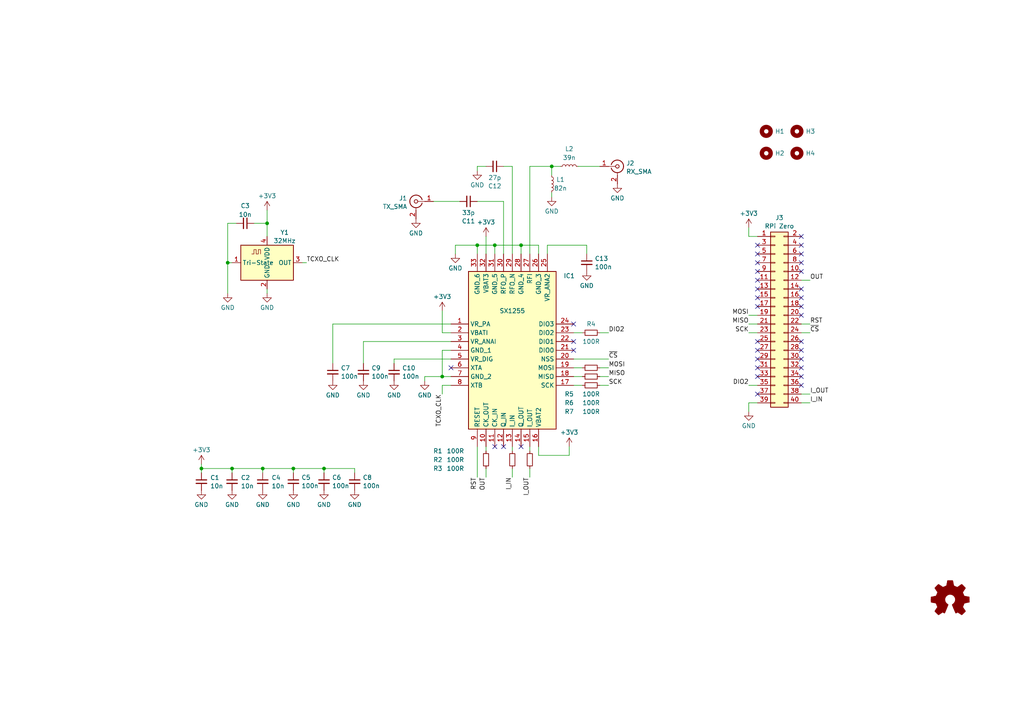
<source format=kicad_sch>
(kicad_sch (version 20231120) (generator "eeschema") (generator_version "8.0")
  (paper "A4")
  (title_block (title "SX1255 RPi Zero Shield") (date "8-02-2025") (rev "A") (company "M17 Foundation") (comment 1 "Wojciech SP5WWP"))
  (lib_symbols
    (symbol "Connector:Conn_Coaxial" (pin_names (offset 1.016) hide)
      (property "Reference" "J" (at 0.254 3.048 0))
      (property "Value" "Conn_Coaxial" (at 2.921 0 90))
      (symbol "Conn_Coaxial_0_1"
        (arc (start -1.778 -0.508) (mid 0.2311 -1.8066) (end 1.778 0) (stroke (width 0.254)))
        (polyline (pts (xy -2.54 0) (xy -0.508 0)))
        (polyline (pts (xy 0 -2.54) (xy 0 -1.778)))
        (circle (center 0 0) (radius 0.508) (stroke (width 0.2032)))
        (arc (start 1.778 0) (mid 0.2099 1.8101) (end -1.778 0.508) (stroke (width 0.254)))
      )
      (symbol "Conn_Coaxial_1_1"
        (pin passive line (at -5.08 0 0) (length 2.54) (name "In") (number "1"))
        (pin passive line (at 0 -5.08 90) (length 2.54) (name "Ext") (number "2"))
      )
    )
    (symbol "Connector_Generic:Conn_02x20_Odd_Even" (pin_names (offset 1.016) hide)
      (property "Reference" "J" (at 1.27 25.4 0))
      (property "Value" "Conn_02x20_Odd_Even" (at 1.27 -27.94 0))
      (symbol "Conn_02x20_Odd_Even_1_1"
        (rectangle (start -1.27 -25.273) (end 0 -25.527) (stroke (width 0.1524)))
        (rectangle (start -1.27 -22.733) (end 0 -22.987) (stroke (width 0.1524)))
        (rectangle (start -1.27 -20.193) (end 0 -20.447) (stroke (width 0.1524)))
        (rectangle (start -1.27 -17.653) (end 0 -17.907) (stroke (width 0.1524)))
        (rectangle (start -1.27 -15.113) (end 0 -15.367) (stroke (width 0.1524)))
        (rectangle (start -1.27 -12.573) (end 0 -12.827) (stroke (width 0.1524)))
        (rectangle (start -1.27 -10.033) (end 0 -10.287) (stroke (width 0.1524)))
        (rectangle (start -1.27 -7.493) (end 0 -7.747) (stroke (width 0.1524)))
        (rectangle (start -1.27 -4.953) (end 0 -5.207) (stroke (width 0.1524)))
        (rectangle (start -1.27 -2.413) (end 0 -2.667) (stroke (width 0.1524)))
        (rectangle (start -1.27 0.127) (end 0 -0.127) (stroke (width 0.1524)))
        (rectangle (start -1.27 2.667) (end 0 2.413) (stroke (width 0.1524)))
        (rectangle (start -1.27 5.207) (end 0 4.953) (stroke (width 0.1524)))
        (rectangle (start -1.27 7.747) (end 0 7.493) (stroke (width 0.1524)))
        (rectangle (start -1.27 10.287) (end 0 10.033) (stroke (width 0.1524)))
        (rectangle (start -1.27 12.827) (end 0 12.573) (stroke (width 0.1524)))
        (rectangle (start -1.27 15.367) (end 0 15.113) (stroke (width 0.1524)))
        (rectangle (start -1.27 17.907) (end 0 17.653) (stroke (width 0.1524)))
        (rectangle (start -1.27 20.447) (end 0 20.193) (stroke (width 0.1524)))
        (rectangle (start -1.27 22.987) (end 0 22.733) (stroke (width 0.1524)))
        (rectangle (start -1.27 24.13) (end 3.81 -26.67) (stroke (width 0.254)) (fill (type background)))
        (rectangle (start 3.81 -25.273) (end 2.54 -25.527) (stroke (width 0.1524)))
        (rectangle (start 3.81 -22.733) (end 2.54 -22.987) (stroke (width 0.1524)))
        (rectangle (start 3.81 -20.193) (end 2.54 -20.447) (stroke (width 0.1524)))
        (rectangle (start 3.81 -17.653) (end 2.54 -17.907) (stroke (width 0.1524)))
        (rectangle (start 3.81 -15.113) (end 2.54 -15.367) (stroke (width 0.1524)))
        (rectangle (start 3.81 -12.573) (end 2.54 -12.827) (stroke (width 0.1524)))
        (rectangle (start 3.81 -10.033) (end 2.54 -10.287) (stroke (width 0.1524)))
        (rectangle (start 3.81 -7.493) (end 2.54 -7.747) (stroke (width 0.1524)))
        (rectangle (start 3.81 -4.953) (end 2.54 -5.207) (stroke (width 0.1524)))
        (rectangle (start 3.81 -2.413) (end 2.54 -2.667) (stroke (width 0.1524)))
        (rectangle (start 3.81 0.127) (end 2.54 -0.127) (stroke (width 0.1524)))
        (rectangle (start 3.81 2.667) (end 2.54 2.413) (stroke (width 0.1524)))
        (rectangle (start 3.81 5.207) (end 2.54 4.953) (stroke (width 0.1524)))
        (rectangle (start 3.81 7.747) (end 2.54 7.493) (stroke (width 0.1524)))
        (rectangle (start 3.81 10.287) (end 2.54 10.033) (stroke (width 0.1524)))
        (rectangle (start 3.81 12.827) (end 2.54 12.573) (stroke (width 0.1524)))
        (rectangle (start 3.81 15.367) (end 2.54 15.113) (stroke (width 0.1524)))
        (rectangle (start 3.81 17.907) (end 2.54 17.653) (stroke (width 0.1524)))
        (rectangle (start 3.81 20.447) (end 2.54 20.193) (stroke (width 0.1524)))
        (rectangle (start 3.81 22.987) (end 2.54 22.733) (stroke (width 0.1524)))
        (pin passive line (at -5.08 22.86 0) (length 3.81) (name "Pin_1") (number "1"))
        (pin passive line (at 7.62 12.7 180) (length 3.81) (name "Pin_10") (number "10"))
        (pin passive line (at -5.08 10.16 0) (length 3.81) (name "Pin_11") (number "11"))
        (pin passive line (at 7.62 10.16 180) (length 3.81) (name "Pin_12") (number "12"))
        (pin passive line (at -5.08 7.62 0) (length 3.81) (name "Pin_13") (number "13"))
        (pin passive line (at 7.62 7.62 180) (length 3.81) (name "Pin_14") (number "14"))
        (pin passive line (at -5.08 5.08 0) (length 3.81) (name "Pin_15") (number "15"))
        (pin passive line (at 7.62 5.08 180) (length 3.81) (name "Pin_16") (number "16"))
        (pin passive line (at -5.08 2.54 0) (length 3.81) (name "Pin_17") (number "17"))
        (pin passive line (at 7.62 2.54 180) (length 3.81) (name "Pin_18") (number "18"))
        (pin passive line (at -5.08 0 0) (length 3.81) (name "Pin_19") (number "19"))
        (pin passive line (at 7.62 22.86 180) (length 3.81) (name "Pin_2") (number "2"))
        (pin passive line (at 7.62 0 180) (length 3.81) (name "Pin_20") (number "20"))
        (pin passive line (at -5.08 -2.54 0) (length 3.81) (name "Pin_21") (number "21"))
        (pin passive line (at 7.62 -2.54 180) (length 3.81) (name "Pin_22") (number "22"))
        (pin passive line (at -5.08 -5.08 0) (length 3.81) (name "Pin_23") (number "23"))
        (pin passive line (at 7.62 -5.08 180) (length 3.81) (name "Pin_24") (number "24"))
        (pin passive line (at -5.08 -7.62 0) (length 3.81) (name "Pin_25") (number "25"))
        (pin passive line (at 7.62 -7.62 180) (length 3.81) (name "Pin_26") (number "26"))
        (pin passive line (at -5.08 -10.16 0) (length 3.81) (name "Pin_27") (number "27"))
        (pin passive line (at 7.62 -10.16 180) (length 3.81) (name "Pin_28") (number "28"))
        (pin passive line (at -5.08 -12.7 0) (length 3.81) (name "Pin_29") (number "29"))
        (pin passive line (at -5.08 20.32 0) (length 3.81) (name "Pin_3") (number "3"))
        (pin passive line (at 7.62 -12.7 180) (length 3.81) (name "Pin_30") (number "30"))
        (pin passive line (at -5.08 -15.24 0) (length 3.81) (name "Pin_31") (number "31"))
        (pin passive line (at 7.62 -15.24 180) (length 3.81) (name "Pin_32") (number "32"))
        (pin passive line (at -5.08 -17.78 0) (length 3.81) (name "Pin_33") (number "33"))
        (pin passive line (at 7.62 -17.78 180) (length 3.81) (name "Pin_34") (number "34"))
        (pin passive line (at -5.08 -20.32 0) (length 3.81) (name "Pin_35") (number "35"))
        (pin passive line (at 7.62 -20.32 180) (length 3.81) (name "Pin_36") (number "36"))
        (pin passive line (at -5.08 -22.86 0) (length 3.81) (name "Pin_37") (number "37"))
        (pin passive line (at 7.62 -22.86 180) (length 3.81) (name "Pin_38") (number "38"))
        (pin passive line (at -5.08 -25.4 0) (length 3.81) (name "Pin_39") (number "39"))
        (pin passive line (at 7.62 20.32 180) (length 3.81) (name "Pin_4") (number "4"))
        (pin passive line (at 7.62 -25.4 180) (length 3.81) (name "Pin_40") (number "40"))
        (pin passive line (at -5.08 17.78 0) (length 3.81) (name "Pin_5") (number "5"))
        (pin passive line (at 7.62 17.78 180) (length 3.81) (name "Pin_6") (number "6"))
        (pin passive line (at -5.08 15.24 0) (length 3.81) (name "Pin_7") (number "7"))
        (pin passive line (at 7.62 15.24 180) (length 3.81) (name "Pin_8") (number "8"))
        (pin passive line (at -5.08 12.7 0) (length 3.81) (name "Pin_9") (number "9"))
      )
    )
    (symbol "Device:C_Small" (pin_numbers hide) (pin_names (offset 0.254) hide)
      (property "Reference" "C" (at 0.254 1.778 0))
      (property "Value" "C_Small" (at 0.254 -2.032 0))
      (symbol "C_Small_0_1"
        (polyline (pts (xy -1.524 -0.508) (xy 1.524 -0.508)) (stroke (width 0.3302)))
        (polyline (pts (xy -1.524 0.508) (xy 1.524 0.508)) (stroke (width 0.3048)))
      )
      (symbol "C_Small_1_1"
        (pin passive line (at 0 2.54 270) (length 2.032) (name "~") (number "1"))
        (pin passive line (at 0 -2.54 90) (length 2.032) (name "~") (number "2"))
      )
    )
    (symbol "Device:L_Small" (pin_numbers hide) (pin_names (offset 0.254) hide)
      (property "Reference" "L" (at 0.762 1.016 0))
      (property "Value" "L_Small" (at 0.762 -1.016 0))
      (symbol "L_Small_0_1"
        (arc (start 0 -2.032) (mid 0.5058 -1.524) (end 0 -1.016))
        (arc (start 0 -1.016) (mid 0.5058 -0.508) (end 0 0))
        (arc (start 0 0) (mid 0.5058 0.508) (end 0 1.016))
        (arc (start 0 1.016) (mid 0.5058 1.524) (end 0 2.032))
      )
      (symbol "L_Small_1_1"
        (pin passive line (at 0 2.54 270) (length 0.508) (name "~") (number "1"))
        (pin passive line (at 0 -2.54 90) (length 0.508) (name "~") (number "2"))
      )
    )
    (symbol "Device:R_Small" (pin_numbers hide) (pin_names (offset 0.254) hide)
      (property "Reference" "R" (at 0.762 0.508 0))
      (property "Value" "R_Small" (at 0.762 -1.016 0))
      (symbol "R_Small_0_1"
        (rectangle (start -0.762 1.778) (end 0.762 -1.778) (stroke (width 0.2032)))
      )
      (symbol "R_Small_1_1"
        (pin passive line (at 0 2.54 270) (length 0.762) (name "~") (number "1"))
        (pin passive line (at 0 -2.54 90) (length 0.762) (name "~") (number "2"))
      )
    )
    (symbol "Graphic:Logo_Open_Hardware_Small" (in_bom no) (on_board no)
      (symbol "Logo_Open_Hardware_Small_0_1"
        (polyline (pts (xy 3.3528 -4.3434) (xy 3.302 -4.318) (xy 3.175 -4.2418) (xy 2.9972 -4.1148) (xy 2.7686 -3.9624) (xy 2.54 -3.81) (xy 2.3622 -3.7084) (xy 2.2352 -3.6068) (xy 2.1844 -3.5814) (xy 2.159 -3.6068) (xy 2.0574 -3.6576) (xy 1.905 -3.7338) (xy 1.8034 -3.7846) (xy 1.6764 -3.8354) (xy 1.6002 -3.8354) (xy 1.6002 -3.8354) (xy 1.5494 -3.7338) (xy 1.4732 -3.5306) (xy 1.3462 -3.302) (xy 1.2446 -3.0226) (xy 1.1176 -2.7178) (xy 0.9652 -2.413) (xy 0.8636 -2.1082) (xy 0.7366 -1.8288) (xy 0.6604 -1.6256) (xy 0.6096 -1.4732) (xy 0.5842 -1.397) (xy 0.5842 -1.397) (xy 0.6604 -1.3208) (xy 0.7874 -1.2446) (xy 1.0414 -1.016) (xy 1.2954 -0.6858) (xy 1.4478 -0.3302) (xy 1.524 0.0762) (xy 1.4732 0.4572) (xy 1.3208 0.8128) (xy 1.0668 1.143) (xy 0.762 1.3716) (xy 0.4064 1.524) (xy 0 1.5748) (xy -0.381 1.5494) (xy -0.7366 1.397) (xy -1.0668 1.143) (xy -1.2192 0.9906) (xy -1.397 0.6604) (xy -1.524 0.3048) (xy -1.524 0.2286) (xy -1.4986 -0.1778) (xy -1.397 -0.5334) (xy -1.1938 -0.8636) (xy -0.9144 -1.143) (xy -0.8636 -1.1684) (xy -0.7366 -1.27) (xy -0.635 -1.3462) (xy -0.5842 -1.397) (xy -1.0668 -2.5908) (xy -1.143 -2.794) (xy -1.2954 -3.1242) (xy -1.397 -3.4036) (xy -1.4986 -3.6322) (xy -1.5748 -3.7846) (xy -1.6002 -3.8354) (xy -1.6002 -3.8354) (xy -1.651 -3.8354) (xy -1.7272 -3.81) (xy -1.905 -3.7338) (xy -2.0066 -3.683) (xy -2.1336 -3.6068) (xy -2.2098 -3.5814) (xy -2.2606 -3.6068) (xy -2.3622 -3.683) (xy -2.54 -3.81) (xy -2.7686 -3.9624) (xy -2.9718 -4.0894) (xy -3.1496 -4.2164) (xy -3.302 -4.318) (xy -3.3528 -4.3434) (xy -3.3782 -4.3434) (xy -3.429 -4.318) (xy -3.5306 -4.2164) (xy -3.7084 -4.064) (xy -3.937 -3.8354) (xy -3.9624 -3.81) (xy -4.1656 -3.6068) (xy -4.318 -3.4544) (xy -4.4196 -3.3274) (xy -4.445 -3.2766) (xy -4.445 -3.2766) (xy -4.4196 -3.2258) (xy -4.318 -3.0734) (xy -4.2164 -2.8956) (xy -4.064 -2.667) (xy -3.6576 -2.0828) (xy -3.8862 -1.5494) (xy -3.937 -1.3716) (xy -4.0386 -1.1684) (xy -4.0894 -1.0414) (xy -4.1148 -0.9652) (xy -4.191 -0.9398) (xy -4.318 -0.9144) (xy -4.5466 -0.8636) (xy -4.8006 -0.8128) (xy -5.0546 -0.7874) (xy -5.2578 -0.7366) (xy -5.4356 -0.7112) (xy -5.5118 -0.6858) (xy -5.5118 -0.6858) (xy -5.5372 -0.635) (xy -5.5372 -0.5588) (xy -5.5372 -0.4318) (xy -5.5626 -0.2286) (xy -5.5626 0.0762) (xy -5.5626 0.127) (xy -5.5372 0.4064) (xy -5.5372 0.635) (xy -5.5372 0.762) (xy -5.5372 0.8382) (xy -5.5372 0.8382) (xy -5.461 0.8382) (xy -5.3086 0.889) (xy -5.08 0.9144) (xy -4.826 0.9652) (xy -4.8006 0.9906) (xy -4.5466 1.0414) (xy -4.318 1.0668) (xy -4.1656 1.1176) (xy -4.0894 1.143) (xy -4.0894 1.143) (xy -4.0386 1.2446) (xy -3.9624 1.4224) (xy -3.8608 1.6256) (xy -3.7846 1.8288) (xy -3.7084 2.0066) (xy -3.6576 2.159) (xy -3.6322 2.2098) (xy -3.6322 2.2098) (xy -3.683 2.286) (xy -3.7592 2.413) (xy -3.8862 2.5908) (xy -4.064 2.8194) (xy -4.064 2.8448) (xy -4.2164 3.0734) (xy -4.3434 3.2512) (xy -4.4196 3.3782) (xy -4.445 3.4544) (xy -4.445 3.4544) (xy -4.3942 3.5052) (xy -4.2926 3.6322) (xy -4.1148 3.81) (xy -3.937 4.0132) (xy -3.8608 4.064) (xy -3.6576 4.2926) (xy -3.5052 4.4196) (xy -3.4036 4.4958) (xy -3.3528 4.5212) (xy -3.3528 4.5212) (xy -3.302 4.4704) (xy -3.1496 4.3688) (xy -2.9718 4.2418) (xy -2.7432 4.0894) (xy -2.7178 4.0894) (xy -2.4892 3.937) (xy -2.3114 3.81) (xy -2.1844 3.7084) (xy -2.1336 3.683) (xy -2.1082 3.683) (xy -2.032 3.7084) (xy -1.8542 3.7592) (xy -1.6764 3.8354) (xy -1.4732 3.937) (xy -1.27 4.0132) (xy -1.143 4.064) (xy -1.0668 4.1148) (xy -1.0668 4.1148) (xy -1.0414 4.191) (xy -1.016 4.3434) (xy -0.9652 4.572) (xy -0.9144 4.8514) (xy -0.889 4.9022) (xy -0.8382 5.1562) (xy -0.8128 5.3848) (xy -0.7874 5.5372) (xy -0.762 5.588) (xy -0.7112 5.6134) (xy -0.5842 5.6134) (xy -0.4064 5.6134) (xy -0.1524 5.6134) (xy 0.0762 5.6134) (xy 0.3302 5.6134) (xy 0.5334 5.6134) (xy 0.6858 5.588) (xy 0.7366 5.588) (xy 0.7366 5.588) (xy 0.762 5.5118) (xy 0.8128 5.334) (xy 0.8382 5.1054) (xy 0.9144 4.826) (xy 0.9144 4.7752) (xy 0.9652 4.5212) (xy 1.016 4.2926) (xy 1.0414 4.1402) (xy 1.0668 4.0894) (xy 1.0668 4.0894) (xy 1.1938 4.0386) (xy 1.3716 3.9624) (xy 1.5748 3.8608) (xy 2.0828 3.6576) (xy 2.7178 4.0894) (xy 2.7686 4.1402) (xy 2.9972 4.2926) (xy 3.175 4.4196) (xy 3.302 4.4958) (xy 3.3782 4.5212) (xy 3.3782 4.5212) (xy 3.429 4.4704) (xy 3.556 4.3434) (xy 3.7338 4.191) (xy 3.9116 3.9878) (xy 4.064 3.8354) (xy 4.2418 3.6576) (xy 4.3434 3.556) (xy 4.4196 3.4798) (xy 4.4196 3.429) (xy 4.4196 3.4036) (xy 4.3942 3.3274) (xy 4.2926 3.2004) (xy 4.1656 2.9972) (xy 4.0132 2.794) (xy 3.8862 2.5908) (xy 3.7592 2.3876) (xy 3.6576 2.2352) (xy 3.6322 2.159) (xy 3.6322 2.1336) (xy 3.683 2.0066) (xy 3.7592 1.8288) (xy 3.8608 1.6002) (xy 4.064 1.1176) (xy 4.3942 1.0414) (xy 4.5974 1.016) (xy 4.8768 0.9652) (xy 5.1308 0.9144) (xy 5.5372 0.8382) (xy 5.5626 -0.6604) (xy 5.4864 -0.6858) (xy 5.4356 -0.6858) (xy 5.2832 -0.7366) (xy 5.0546 -0.762) (xy 4.8006 -0.8128) (xy 4.5974 -0.8636) (xy 4.3688 -0.9144) (xy 4.2164 -0.9398) (xy 4.1402 -0.9398) (xy 4.1148 -0.9652) (xy 4.064 -1.0668) (xy 3.9878 -1.2446) (xy 3.9116 -1.4478) (xy 3.81 -1.651) (xy 3.7338 -1.8542) (xy 3.683 -2.0066) (xy 3.6576 -2.0828) (xy 3.683 -2.1336) (xy 3.7846 -2.2606) (xy 3.8862 -2.4638) (xy 4.0386 -2.667) (xy 4.191 -2.8956) (xy 4.318 -3.0734) (xy 4.3942 -3.2004) (xy 4.445 -3.2766) (xy 4.4196 -3.3274) (xy 4.3434 -3.429) (xy 4.1656 -3.5814) (xy 3.937 -3.8354) (xy 3.8862 -3.8608) (xy 3.683 -4.064) (xy 3.5306 -4.2164) (xy 3.4036 -4.318) (xy 3.3528 -4.3434)) (fill (type outline)))
      )
    )
    (symbol "Mechanical:MountingHole" (pin_names (offset 1.016)) (exclude_from_sim yes) (in_bom no)
      (property "Reference" "H" (at 0 5.08 0))
      (property "Value" "MountingHole" (at 0 3.175 0))
      (symbol "MountingHole_0_1"
        (circle (center 0 0) (radius 1.27) (stroke (width 1.27)))
      )
    )
    (symbol "Oscillator:ECS-2520MV-xxx-xx"
      (property "Reference" "Y" (at -5.08 6.35 0))
      (property "Value" "ECS-2520MV-xxx-xx" (at 1.27 -6.35 0))
      (symbol "ECS-2520MV-xxx-xx_0_1"
        (rectangle (start -7.62 5.08) (end 7.62 -5.08) (stroke (width 0.254)) (fill (type background)))
        (polyline (pts (xy -4.445 2.54) (xy -3.81 2.54) (xy -3.81 3.81) (xy -3.175 3.81) (xy -3.175 2.54) (xy -2.54 2.54) (xy -2.54 3.81) (xy -1.905 3.81) (xy -1.905 2.54)))
      )
      (symbol "ECS-2520MV-xxx-xx_1_1"
        (pin input line (at -10.16 0 0) (length 2.54) (name "Tri-State") (number "1"))
        (pin power_in line (at 0 -7.62 90) (length 2.54) (name "GND") (number "2"))
        (pin output line (at 10.16 0 180) (length 2.54) (name "OUT") (number "3"))
        (pin power_in line (at 0 7.62 270) (length 2.54) (name "VDD") (number "4"))
      )
    )
    (symbol "SX1255:SX1255IWLTRT"
      (property "Reference" "IC" (at 31.75 20.32 0))
      (property "Value" "SX1255IWLTRT" (at 31.75 17.78 0))
      (symbol "SX1255IWLTRT_1_1"
        (rectangle (start 5.08 15.24) (end 30.48 -30.48) (stroke (width 0.254)) (fill (type background)))
        (pin passive line (at 0 0 0) (length 5.08) (name "VR_PA") (number "1"))
        (pin passive line (at 10.16 -35.56 90) (length 5.08) (name "CK_OUT") (number "10"))
        (pin passive line (at 12.7 -35.56 90) (length 5.08) (name "CK_IN") (number "11"))
        (pin passive line (at 15.24 -35.56 90) (length 5.08) (name "Q_IN") (number "12"))
        (pin passive line (at 17.78 -35.56 90) (length 5.08) (name "I_IN") (number "13"))
        (pin passive line (at 20.32 -35.56 90) (length 5.08) (name "Q_OUT") (number "14"))
        (pin passive line (at 22.86 -35.56 90) (length 5.08) (name "I_OUT") (number "15"))
        (pin passive line (at 25.4 -35.56 90) (length 5.08) (name "VBAT2") (number "16"))
        (pin passive line (at 35.56 -17.78 180) (length 5.08) (name "SCK") (number "17"))
        (pin passive line (at 35.56 -15.24 180) (length 5.08) (name "MISO") (number "18"))
        (pin passive line (at 35.56 -12.7 180) (length 5.08) (name "MOSI") (number "19"))
        (pin passive line (at 0 -2.54 0) (length 5.08) (name "VBATI") (number "2"))
        (pin passive line (at 35.56 -10.16 180) (length 5.08) (name "NSS") (number "20"))
        (pin passive line (at 35.56 -7.62 180) (length 5.08) (name "DIO0") (number "21"))
        (pin passive line (at 35.56 -5.08 180) (length 5.08) (name "DIO1") (number "22"))
        (pin passive line (at 35.56 -2.54 180) (length 5.08) (name "DIO2") (number "23"))
        (pin passive line (at 35.56 0 180) (length 5.08) (name "DIO3") (number "24"))
        (pin passive line (at 27.94 20.32 270) (length 5.08) (name "VR_ANA2") (number "25"))
        (pin passive line (at 25.4 20.32 270) (length 5.08) (name "GND_3") (number "26"))
        (pin passive line (at 22.86 20.32 270) (length 5.08) (name "RFI") (number "27"))
        (pin passive line (at 20.32 20.32 270) (length 5.08) (name "GND_4") (number "28"))
        (pin passive line (at 17.78 20.32 270) (length 5.08) (name "RFO_N") (number "29"))
        (pin passive line (at 0 -5.08 0) (length 5.08) (name "VR_ANAI") (number "3"))
        (pin passive line (at 15.24 20.32 270) (length 5.08) (name "RFO_P") (number "30"))
        (pin passive line (at 12.7 20.32 270) (length 5.08) (name "GND_5") (number "31"))
        (pin passive line (at 10.16 20.32 270) (length 5.08) (name "VBAT3") (number "32"))
        (pin passive line (at 7.62 20.32 270) (length 5.08) (name "GND_6") (number "33"))
        (pin passive line (at 0 -7.62 0) (length 5.08) (name "GND_1") (number "4"))
        (pin passive line (at 0 -10.16 0) (length 5.08) (name "VR_DIG") (number "5"))
        (pin passive line (at 0 -12.7 0) (length 5.08) (name "XTA") (number "6"))
        (pin passive line (at 0 -15.24 0) (length 5.08) (name "GND_2") (number "7"))
        (pin passive line (at 0 -17.78 0) (length 5.08) (name "XTB") (number "8"))
        (pin passive line (at 7.62 -35.56 90) (length 5.08) (name "RESET") (number "9"))
      )
    )
    (symbol "power:+3V3" (power) (pin_names (offset 0))
      (property "Value" "+3V3" (at 0 3.556 0))
      (symbol "+3V3_0_1"
        (polyline (pts (xy -0.762 1.27) (xy 0 2.54)))
        (polyline (pts (xy 0 0) (xy 0 2.54)))
        (polyline (pts (xy 0 2.54) (xy 0.762 1.27)))
      )
      (symbol "+3V3_1_1"
        (pin power_in line (at 0 0 90) (length 0) hide (name "+3V3") (number "1"))
      )
    )
    (symbol "power:GND" (power) (pin_names (offset 0))
      (property "Value" "GND" (at 0 -3.81 0))
      (symbol "GND_0_1"
        (polyline (pts (xy 0 0) (xy 0 -1.27) (xy 1.27 -1.27) (xy 0 -2.54) (xy -1.27 -1.27) (xy 0 -1.27)))
      )
      (symbol "GND_1_1"
        (pin power_in line (at 0 0 270) (length 0) hide (name "GND") (number "1"))
      )
    )
  )
  (junction (at 85.09 135.89))
  (junction (at 143.51 71.12))
  (junction (at 58.42 135.89))
  (junction (at 76.2 135.89))
  (junction (at 77.47 64.77))
  (junction (at 160.02 48.26))
  (junction (at 93.98 135.89))
  (junction (at 67.31 135.89))
  (junction (at 128.27 109.22))
  (junction (at 66.04 76.2))
  (junction (at 151.13 71.12))
  (junction (at 138.43 71.12))
  (no_connect (at 219.71 88.9))
  (no_connect (at 130.81 106.68))
  (no_connect (at 219.71 99.06))
  (no_connect (at 166.37 99.06))
  (no_connect (at 166.37 93.98))
  (no_connect (at 219.71 104.14))
  (no_connect (at 219.71 101.6))
  (no_connect (at 232.41 68.58))
  (no_connect (at 219.71 73.66))
  (no_connect (at 219.71 109.22))
  (no_connect (at 232.41 101.6))
  (no_connect (at 219.71 81.28))
  (no_connect (at 232.41 73.66))
  (no_connect (at 232.41 104.14))
  (no_connect (at 166.37 101.6))
  (no_connect (at 146.05 129.54))
  (no_connect (at 219.71 76.2))
  (no_connect (at 232.41 99.06))
  (no_connect (at 232.41 78.74))
  (no_connect (at 232.41 76.2))
  (no_connect (at 232.41 71.12))
  (no_connect (at 219.71 106.68))
  (no_connect (at 151.13 129.54))
  (no_connect (at 219.71 114.3))
  (no_connect (at 232.41 86.36))
  (no_connect (at 219.71 78.74))
  (no_connect (at 232.41 111.76))
  (no_connect (at 232.41 88.9))
  (no_connect (at 219.71 71.12))
  (no_connect (at 219.71 83.82))
  (no_connect (at 232.41 109.22))
  (no_connect (at 232.41 106.68))
  (no_connect (at 232.41 91.44))
  (no_connect (at 232.41 83.82))
  (no_connect (at 143.51 129.54))
  (no_connect (at 219.71 86.36))
  (wire (pts (xy 143.51 71.12) (xy 138.43 71.12)))
  (wire (pts (xy 58.42 137.16) (xy 58.42 135.89)))
  (wire (pts (xy 138.43 71.12) (xy 132.08 71.12)))
  (wire (pts (xy 173.99 109.22) (xy 176.53 109.22)))
  (wire (pts (xy 156.21 132.08) (xy 165.1 132.08)))
  (wire (pts (xy 68.58 64.77) (xy 66.04 64.77)))
  (wire (pts (xy 166.37 111.76) (xy 168.91 111.76)))
  (wire (pts (xy 217.17 111.76) (xy 219.71 111.76)))
  (wire (pts (xy 232.41 96.52) (xy 234.95 96.52)))
  (wire (pts (xy 138.43 48.26) (xy 138.43 49.53)))
  (wire (pts (xy 123.19 109.22) (xy 123.19 110.49)))
  (wire (pts (xy 148.59 73.66) (xy 148.59 48.26)))
  (wire (pts (xy 66.04 64.77) (xy 66.04 76.2)))
  (wire (pts (xy 148.59 135.89) (xy 148.59 138.43)))
  (wire (pts (xy 102.87 135.89) (xy 93.98 135.89)))
  (wire (pts (xy 87.63 76.2) (xy 88.9 76.2)))
  (wire (pts (xy 146.05 58.42) (xy 146.05 73.66)))
  (wire (pts (xy 156.21 73.66) (xy 156.21 71.12)))
  (wire (pts (xy 77.47 64.77) (xy 77.47 68.58)))
  (wire (pts (xy 170.18 71.12) (xy 170.18 73.66)))
  (wire (pts (xy 166.37 104.14) (xy 176.53 104.14)))
  (wire (pts (xy 151.13 73.66) (xy 151.13 71.12)))
  (wire (pts (xy 166.37 109.22) (xy 168.91 109.22)))
  (wire (pts (xy 166.37 96.52) (xy 168.91 96.52)))
  (wire (pts (xy 96.52 93.98) (xy 96.52 105.41)))
  (wire (pts (xy 77.47 60.96) (xy 77.47 64.77)))
  (wire (pts (xy 160.02 48.26) (xy 162.56 48.26)))
  (wire (pts (xy 105.41 99.06) (xy 105.41 105.41)))
  (wire (pts (xy 153.67 48.26) (xy 160.02 48.26)))
  (wire (pts (xy 156.21 71.12) (xy 151.13 71.12)))
  (wire (pts (xy 128.27 109.22) (xy 130.81 109.22)))
  (wire (pts (xy 138.43 58.42) (xy 146.05 58.42)))
  (wire (pts (xy 93.98 137.16) (xy 93.98 135.89)))
  (wire (pts (xy 73.66 64.77) (xy 77.47 64.77)))
  (wire (pts (xy 77.47 83.82) (xy 77.47 85.09)))
  (wire (pts (xy 96.52 93.98) (xy 130.81 93.98)))
  (wire (pts (xy 232.41 81.28) (xy 234.95 81.28)))
  (wire (pts (xy 138.43 129.54) (xy 138.43 138.43)))
  (wire (pts (xy 166.37 106.68) (xy 168.91 106.68)))
  (wire (pts (xy 76.2 135.89) (xy 67.31 135.89)))
  (wire (pts (xy 219.71 68.58) (xy 217.17 68.58)))
  (wire (pts (xy 165.1 129.54) (xy 165.1 132.08)))
  (wire (pts (xy 232.41 116.84) (xy 234.95 116.84)))
  (wire (pts (xy 219.71 116.84) (xy 217.17 116.84)))
  (wire (pts (xy 128.27 90.17) (xy 128.27 96.52)))
  (wire (pts (xy 140.97 135.89) (xy 140.97 138.43)))
  (wire (pts (xy 160.02 48.26) (xy 160.02 50.8)))
  (wire (pts (xy 140.97 129.54) (xy 140.97 130.81)))
  (wire (pts (xy 66.04 76.2) (xy 66.04 85.09)))
  (wire (pts (xy 128.27 114.3) (xy 128.27 111.76)))
  (wire (pts (xy 148.59 48.26) (xy 146.05 48.26)))
  (wire (pts (xy 160.02 57.15) (xy 160.02 55.88)))
  (wire (pts (xy 217.17 68.58) (xy 217.17 66.04)))
  (wire (pts (xy 128.27 101.6) (xy 128.27 109.22)))
  (wire (pts (xy 123.19 109.22) (xy 128.27 109.22)))
  (wire (pts (xy 105.41 99.06) (xy 130.81 99.06)))
  (wire (pts (xy 232.41 93.98) (xy 234.95 93.98)))
  (wire (pts (xy 143.51 71.12) (xy 143.51 73.66)))
  (wire (pts (xy 102.87 137.16) (xy 102.87 135.89)))
  (wire (pts (xy 76.2 137.16) (xy 76.2 135.89)))
  (wire (pts (xy 125.73 58.42) (xy 133.35 58.42)))
  (wire (pts (xy 173.99 106.68) (xy 176.53 106.68)))
  (wire (pts (xy 128.27 96.52) (xy 130.81 96.52)))
  (wire (pts (xy 153.67 129.54) (xy 153.67 130.81)))
  (wire (pts (xy 85.09 137.16) (xy 85.09 135.89)))
  (wire (pts (xy 128.27 111.76) (xy 130.81 111.76)))
  (wire (pts (xy 173.99 111.76) (xy 176.53 111.76)))
  (wire (pts (xy 140.97 68.58) (xy 140.97 73.66)))
  (wire (pts (xy 130.81 101.6) (xy 128.27 101.6)))
  (wire (pts (xy 58.42 134.62) (xy 58.42 135.89)))
  (wire (pts (xy 173.99 96.52) (xy 176.53 96.52)))
  (wire (pts (xy 140.97 48.26) (xy 138.43 48.26)))
  (wire (pts (xy 85.09 135.89) (xy 93.98 135.89)))
  (wire (pts (xy 153.67 73.66) (xy 153.67 48.26)))
  (wire (pts (xy 217.17 91.44) (xy 219.71 91.44)))
  (wire (pts (xy 217.17 96.52) (xy 219.71 96.52)))
  (wire (pts (xy 114.3 104.14) (xy 130.81 104.14)))
  (wire (pts (xy 158.75 71.12) (xy 170.18 71.12)))
  (wire (pts (xy 76.2 135.89) (xy 85.09 135.89)))
  (wire (pts (xy 217.17 116.84) (xy 217.17 119.38)))
  (wire (pts (xy 132.08 71.12) (xy 132.08 73.66)))
  (wire (pts (xy 217.17 93.98) (xy 219.71 93.98)))
  (wire (pts (xy 158.75 73.66) (xy 158.75 71.12)))
  (wire (pts (xy 114.3 104.14) (xy 114.3 105.41)))
  (wire (pts (xy 67.31 135.89) (xy 67.31 137.16)))
  (wire (pts (xy 58.42 135.89) (xy 67.31 135.89)))
  (wire (pts (xy 66.04 76.2) (xy 67.31 76.2)))
  (wire (pts (xy 156.21 129.54) (xy 156.21 132.08)))
  (wire (pts (xy 138.43 73.66) (xy 138.43 71.12)))
  (wire (pts (xy 153.67 135.89) (xy 153.67 138.43)))
  (wire (pts (xy 232.41 114.3) (xy 234.95 114.3)))
  (wire (pts (xy 148.59 129.54) (xy 148.59 130.81)))
  (wire (pts (xy 151.13 71.12) (xy 143.51 71.12)))
  (wire (pts (xy 167.64 48.26) (xy 173.99 48.26)))
  (label "RST" (at 138.43 138.43 270))
  (label "I_OUT" (at 153.67 138.43 270))
  (label "DIO2" (at 217.17 111.76 180))
  (label "MOSI" (at 176.53 106.68 0))
  (label "I_IN" (at 148.59 138.43 270))
  (label "I_IN" (at 234.95 116.84 0))
  (label "~{CS}" (at 176.53 104.14 0))
  (label "OUT" (at 234.95 81.28 0))
  (label "MOSI" (at 217.17 91.44 180))
  (label "TCXO_CLK" (at 88.9 76.2 0))
  (label "I_OUT" (at 234.95 114.3 0))
  (label "OUT" (at 140.97 138.43 270))
  (label "MISO" (at 176.53 109.22 0))
  (label "RST" (at 234.95 93.98 0))
  (label "TCXO_CLK" (at 128.27 114.3 270))
  (label "DIO2" (at 176.53 96.52 0))
  (label "MISO" (at 217.17 93.98 180))
  (label "SCK" (at 176.53 111.76 0))
  (label "SCK" (at 217.17 96.52 180))
  (label "~{CS}" (at 234.95 96.52 0))
  (symbol (lib_id "Device:C_Small") (at 114.3 107.95 0) (unit 1)
    (property "Reference" "C10" (at 116.6241 106.7442 0) (effects (justify left)))
    (property "Value" "100n" (at 116.6241 109.1684 0) (effects (justify left)))
    (property "Footprint" "Capacitor_SMD:C_0603_1608Metric" (effects (hide yes)))
    (property "PN" "C0603C104M5RAC7411" (effects (hide yes)))
    (property "MPN" "C0603C104M5RAC7411" (effects (hide yes)))
  )
  (symbol (lib_id "Device:C_Small") (at 58.42 139.7 0) (unit 1)
    (property "Reference" "C1" (at 60.96 138.5458 0) (effects (justify left)))
    (property "Value" "10n" (at 60.96 140.97 0) (effects (justify left)))
    (property "Footprint" "Capacitor_SMD:C_0603_1608Metric" (effects (hide yes)))
    (property "PN" "C0603C103K5RAC7081" (effects (hide yes)))
    (property "MPN" "C0603C103K5RAC7081" (effects (hide yes)))
  )
  (symbol (lib_id "Device:C_Small") (at 170.18 76.2 0) (unit 1)
    (property "Reference" "C13" (at 172.5041 74.9942 0) (effects (justify left)))
    (property "Value" "100n" (at 172.5041 77.4184 0) (effects (justify left)))
    (property "Footprint" "Capacitor_SMD:C_0603_1608Metric" (effects (hide yes)))
    (property "PN" "C0603C104M5RAC7411" (effects (hide yes)))
    (property "MPN" "C0603C104M5RAC7411" (effects (hide yes)))
  )
  (symbol (lib_id "power:+3V3") (at 58.42 134.62 0) (unit 1)
    (property "Reference" "#PWR01" (effects (hide yes)))
    (property "Value" "+3V3" (at 58.42 130.4869 0))
  )
  (symbol (lib_id "power:GND") (at 179.07 53.34 0) (unit 1)
    (property "Reference" "#PWR023" (effects (hide yes)))
    (property "Value" "GND" (at 179.07 57.4731 0))
  )
  (symbol (lib_id "Mechanical:MountingHole") (at 222.25 38.1 0) (unit 1) (exclude_from_sim yes) (in_bom no)
    (property "Reference" "H1" (at 224.79 38.1 0) (effects (justify left)))
    (property "Value" "MountingHole" (effects (hide yes)))
    (property "Footprint" "MountingHole:MountingHole_2.7mm_M2.5_DIN965" (effects (hide yes)))
    (property "Description" "Mounting Hole without connection" (effects (hide yes)))
  )
  (symbol (lib_id "power:GND") (at 132.08 73.66 0) (unit 1)
    (property "Reference" "#PWR017" (effects (hide yes)))
    (property "Value" "GND" (at 132.08 77.7931 0))
  )
  (symbol (lib_id "power:GND") (at 96.52 110.49 0) (unit 1)
    (property "Reference" "#PWR010" (effects (hide yes)))
    (property "Value" "GND" (at 96.52 114.6231 0))
  )
  (symbol (lib_id "Device:L_Small") (at 165.1 48.26 270) (mirror x) (unit 1)
    (property "Reference" "L2" (at 165.1 43.18 90))
    (property "Value" "39n" (at 165.1 45.72 90))
    (property "Footprint" "Inductor_SMD:L_0603_1608Metric" (effects (hide yes)))
  )
  (symbol (lib_id "Mechanical:MountingHole") (at 231.14 44.45 0) (unit 1) (exclude_from_sim yes) (in_bom no)
    (property "Reference" "H4" (at 233.68 44.45 0) (effects (justify left)))
    (property "Value" "MountingHole" (effects (hide yes)))
    (property "Footprint" "MountingHole:MountingHole_2.7mm_M2.5_DIN965" (effects (hide yes)))
    (property "Description" "Mounting Hole without connection" (effects (hide yes)))
  )
  (symbol (lib_id "power:GND") (at 138.43 49.53 0) (unit 1)
    (property "Reference" "#PWR018" (effects (hide yes)))
    (property "Value" "GND" (at 138.43 53.6631 0))
  )
  (symbol (lib_id "Device:C_Small") (at 102.87 139.7 0) (unit 1)
    (property "Reference" "C8" (at 105.1941 138.4942 0) (effects (justify left)))
    (property "Value" "100n" (at 105.1941 140.9184 0) (effects (justify left)))
    (property "Footprint" "Capacitor_SMD:C_0603_1608Metric" (effects (hide yes)))
    (property "PN" "C0603C104M5RAC7411" (effects (hide yes)))
    (property "MPN" "C0603C104M5RAC7411" (effects (hide yes)))
  )
  (symbol (lib_id "Device:C_Small") (at 96.52 107.95 0) (unit 1)
    (property "Reference" "C7" (at 98.8441 106.7442 0) (effects (justify left)))
    (property "Value" "100n" (at 98.8441 109.1684 0) (effects (justify left)))
    (property "Footprint" "Capacitor_SMD:C_0603_1608Metric" (effects (hide yes)))
    (property "PN" "C0603C104M5RAC7411" (effects (hide yes)))
    (property "MPN" "C0603C104M5RAC7411" (effects (hide yes)))
  )
  (symbol (lib_id "power:+3V3") (at 140.97 68.58 0) (unit 1)
    (property "Reference" "#PWR019" (effects (hide yes)))
    (property "Value" "+3V3" (at 140.97 64.4469 0))
  )
  (symbol (lib_id "Device:C_Small") (at 93.98 139.7 0) (unit 1)
    (property "Reference" "C6" (at 96.3041 138.4942 0) (effects (justify left)))
    (property "Value" "100n" (at 96.3041 140.9184 0) (effects (justify left)))
    (property "Footprint" "Capacitor_SMD:C_0603_1608Metric" (effects (hide yes)))
    (property "PN" "C0603C104M5RAC7411" (effects (hide yes)))
    (property "MPN" "C0603C104M5RAC7411" (effects (hide yes)))
  )
  (symbol (lib_id "Device:R_Small") (at 171.45 96.52 270) (unit 1)
    (property "Reference" "R4" (at 171.45 93.98 90))
    (property "Value" "100R" (at 171.45 99.06 90))
    (property "Footprint" "Resistor_SMD:R_0603_1608Metric" (effects (hide yes)))
    (property "PN" "CRCW0603100RFKECC" (effects (hide yes)))
    (property "MPN" "CRCW0603100RFKECC" (effects (hide yes)))
  )
  (symbol (lib_id "Device:C_Small") (at 143.51 48.26 270) (mirror x) (unit 1)
    (property "Reference" "C12" (at 143.5036 53.9664 90))
    (property "Value" "27p" (at 143.5036 51.5422 90))
    (property "Footprint" "Capacitor_SMD:C_0603_1608Metric" (effects (hide yes)))
  )
  (symbol (lib_id "Device:C_Small") (at 135.89 58.42 270) (mirror x) (unit 1)
    (property "Reference" "C11" (at 135.8836 64.1264 90))
    (property "Value" "33p" (at 135.8836 61.7022 90))
    (property "Footprint" "Capacitor_SMD:C_0603_1608Metric" (effects (hide yes)))
  )
  (symbol (lib_id "Device:C_Small") (at 71.12 64.77 270) (unit 1)
    (property "Reference" "C3" (at 71.12 59.69 90))
    (property "Value" "10n" (at 71.12 62.23 90))
    (property "Footprint" "Capacitor_SMD:C_0603_1608Metric" (effects (hide yes)))
    (property "PN" "C0603C103K5RAC7081" (effects (hide yes)))
    (property "MPN" "C0603C103K5RAC7081" (effects (hide yes)))
  )
  (symbol (lib_id "Mechanical:MountingHole") (at 222.25 44.45 0) (unit 1) (exclude_from_sim yes) (in_bom no)
    (property "Reference" "H2" (at 224.79 44.45 0) (effects (justify left)))
    (property "Value" "MountingHole" (effects (hide yes)))
    (property "Footprint" "MountingHole:MountingHole_2.7mm_M2.5_DIN965" (effects (hide yes)))
    (property "Description" "Mounting Hole without connection" (effects (hide yes)))
  )
  (symbol (lib_id "power:GND") (at 102.87 142.24 0) (unit 1)
    (property "Reference" "#PWR011" (effects (hide yes)))
    (property "Value" "GND" (at 102.87 146.3731 0))
  )
  (symbol (lib_id "Connector:Conn_Coaxial") (at 179.07 48.26 0) (unit 1)
    (property "Reference" "J2" (at 181.6101 47.3411 0) (effects (justify left)))
    (property "Value" "RX_SMA" (at 181.6101 49.7653 0) (effects (justify left)))
    (property "Footprint" "Connector_Coaxial:SMA_Amphenol_901-144_Vertical" (effects (hide yes)))
    (property "PN" "737-RF204AT0050G" (effects (hide yes)))
    (property "MPN" "737-RF204AT0050G" (effects (hide yes)))
  )
  (symbol (lib_id "Device:R_Small") (at 171.45 111.76 270) (unit 1)
    (property "Reference" "R7" (at 165.1 119.38 90))
    (property "Value" "100R" (at 171.45 119.38 90))
    (property "Footprint" "Resistor_SMD:R_0603_1608Metric" (effects (hide yes)))
    (property "PN" "CRCW0603100RFKECC" (effects (hide yes)))
    (property "MPN" "CRCW0603100RFKECC" (effects (hide yes)))
  )
  (symbol (lib_id "power:GND") (at 105.41 110.49 0) (unit 1)
    (property "Reference" "#PWR012" (effects (hide yes)))
    (property "Value" "GND" (at 105.41 114.6231 0))
  )
  (symbol (lib_id "power:GND") (at 67.31 142.24 0) (unit 1)
    (property "Reference" "#PWR04" (effects (hide yes)))
    (property "Value" "GND" (at 67.31 146.3731 0))
  )
  (symbol (lib_id "Device:R_Small") (at 153.67 133.35 0) (unit 1)
    (property "Reference" "R3" (at 127 135.89 0))
    (property "Value" "100R" (at 132.08 135.89 0))
    (property "Footprint" "Resistor_SMD:R_0603_1608Metric" (effects (hide yes)))
    (property "PN" "CRCW0603100RFKECC" (effects (hide yes)))
    (property "MPN" "CRCW0603100RFKECC" (effects (hide yes)))
  )
  (symbol (lib_id "Graphic:Logo_Open_Hardware_Small") (at 275.59 173.99 0) (unit 1) (in_bom no)
    (property "Reference" "SYM1" (effects (hide yes)))
    (property "Value" "Logo_Open_Hardware_Small" (effects (hide yes)))
    (property "Footprint" "Symbol:OSHW-Logo2_7.3x6mm_SilkScreen" (effects (hide yes)))
    (property "Description" "Open Hardware logo, small" (effects (hide yes)))
  )
  (symbol (lib_id "Device:C_Small") (at 76.2 139.7 0) (unit 1)
    (property "Reference" "C4" (at 78.74 138.5458 0) (effects (justify left)))
    (property "Value" "10n" (at 78.74 140.97 0) (effects (justify left)))
    (property "Footprint" "Capacitor_SMD:C_0603_1608Metric" (effects (hide yes)))
    (property "PN" "C0603C103K5RAC7081" (effects (hide yes)))
    (property "MPN" "C0603C103K5RAC7081" (effects (hide yes)))
  )
  (symbol (lib_id "power:GND") (at 66.04 85.09 0) (unit 1)
    (property "Reference" "#PWR03" (effects (hide yes)))
    (property "Value" "GND" (at 66.04 89.2231 0))
  )
  (symbol (lib_id "Device:R_Small") (at 171.45 106.68 270) (unit 1)
    (property "Reference" "R5" (at 165.1 114.3 90))
    (property "Value" "100R" (at 171.45 114.3 90))
    (property "Footprint" "Resistor_SMD:R_0603_1608Metric" (effects (hide yes)))
    (property "PN" "CRCW0603100RFKECC" (effects (hide yes)))
    (property "MPN" "CRCW0603100RFKECC" (effects (hide yes)))
  )
  (symbol (lib_id "power:GND") (at 217.17 119.38 0) (unit 1)
    (property "Reference" "#PWR025" (effects (hide yes)))
    (property "Value" "GND" (at 217.17 123.5131 0))
  )
  (symbol (lib_id "power:GND") (at 160.02 57.15 0) (unit 1)
    (property "Reference" "#PWR020" (effects (hide yes)))
    (property "Value" "GND" (at 160.02 61.2831 0))
  )
  (symbol (lib_id "power:GND") (at 77.47 85.09 0) (unit 1)
    (property "Reference" "#PWR07" (effects (hide yes)))
    (property "Value" "GND" (at 77.47 89.2231 0))
  )
  (symbol (lib_id "Connector:Conn_Coaxial") (at 120.65 58.42 0) (mirror y) (unit 1)
    (property "Reference" "J1" (at 118.1099 57.5011 0) (effects (justify left)))
    (property "Value" "TX_SMA" (at 118.1099 59.9253 0) (effects (justify left)))
    (property "Footprint" "Connector_Coaxial:SMA_Amphenol_901-144_Vertical" (effects (hide yes)))
    (property "PN" "737-RF204AT0050G" (effects (hide yes)))
    (property "MPN" "737-RF204AT0050G" (effects (hide yes)))
  )
  (symbol (lib_id "power:+3V3") (at 128.27 90.17 0) (unit 1)
    (property "Reference" "#PWR016" (effects (hide yes)))
    (property "Value" "+3V3" (at 128.27 86.0369 0))
  )
  (symbol (lib_id "Device:C_Small") (at 85.09 139.7 0) (unit 1)
    (property "Reference" "C5" (at 87.4141 138.4942 0) (effects (justify left)))
    (property "Value" "100n" (at 87.4141 140.9184 0) (effects (justify left)))
    (property "Footprint" "Capacitor_SMD:C_0603_1608Metric" (effects (hide yes)))
    (property "PN" "C0603C104M5RAC7411" (effects (hide yes)))
    (property "MPN" "C0603C104M5RAC7411" (effects (hide yes)))
  )
  (symbol (lib_id "Connector_Generic:Conn_02x20_Odd_Even") (at 224.79 91.44 0) (unit 1) (in_bom no)
    (property "Reference" "J3" (at 226.06 63.1655 0))
    (property "Value" "RPi Zero" (at 226.06 65.5898 0))
    (property "Footprint" "Connector_PinSocket_2.54mm:PinSocket_2x20_P2.54mm_Vertical" (effects (hide yes)))
  )
  (symbol (lib_id "Mechanical:MountingHole") (at 231.14 38.1 0) (unit 1) (exclude_from_sim yes) (in_bom no)
    (property "Reference" "H3" (at 233.68 38.1 0) (effects (justify left)))
    (property "Value" "MountingHole" (effects (hide yes)))
    (property "Footprint" "MountingHole:MountingHole_2.7mm_M2.5_DIN965" (effects (hide yes)))
    (property "Description" "Mounting Hole without connection" (effects (hide yes)))
  )
  (symbol (lib_id "power:+3V3") (at 165.1 129.54 0) (unit 1)
    (property "Reference" "#PWR021" (effects (hide yes)))
    (property "Value" "+3V3" (at 165.1 125.4069 0))
  )
  (symbol (lib_id "Oscillator:ECS-2520MV-xxx-xx") (at 77.47 76.2 0) (unit 1)
    (property "Reference" "Y1" (at 82.55 67.4257 0))
    (property "Value" "32MHz" (at 82.55 69.85 0))
    (property "Footprint" "Crystal:Crystal_SMD_2016-4Pin_2.0x1.6mm" (effects (hide yes)))
    (property "PN" "520-TX20CSMV4320AYTR" (effects (hide yes)))
    (property "MPN" "ECS-TXO-20CSMV4-320-AY-TR" (effects (hide yes)))
  )
  (symbol (lib_id "Device:C_Small") (at 105.41 107.95 0) (unit 1)
    (property "Reference" "C9" (at 107.7341 106.7442 0) (effects (justify left)))
    (property "Value" "100n" (at 107.7341 109.1684 0) (effects (justify left)))
    (property "Footprint" "Capacitor_SMD:C_0603_1608Metric" (effects (hide yes)))
    (property "PN" "C0603C104M5RAC7411" (effects (hide yes)))
    (property "MPN" "C0603C104M5RAC7411" (effects (hide yes)))
  )
  (symbol (lib_id "power:GND") (at 123.19 110.49 0) (unit 1)
    (property "Reference" "#PWR015" (effects (hide yes)))
    (property "Value" "GND" (at 123.19 114.6231 0))
  )
  (symbol (lib_id "power:GND") (at 170.18 78.74 0) (unit 1)
    (property "Reference" "#PWR022" (effects (hide yes)))
    (property "Value" "GND" (at 170.18 82.8731 0))
  )
  (symbol (lib_id "Device:L_Small") (at 160.02 53.34 0) (mirror x) (unit 1)
    (property "Reference" "L1" (at 162.56 52.07 0))
    (property "Value" "82n" (at 162.56 54.61 0))
    (property "Footprint" "Inductor_SMD:L_0603_1608Metric" (effects (hide yes)))
  )
  (symbol (lib_id "power:GND") (at 120.65 63.5 0) (unit 1)
    (property "Reference" "#PWR014" (effects (hide yes)))
    (property "Value" "GND" (at 120.65 67.6331 0))
  )
  (symbol (lib_id "power:GND") (at 58.42 142.24 0) (unit 1)
    (property "Reference" "#PWR02" (effects (hide yes)))
    (property "Value" "GND" (at 58.42 146.3731 0))
  )
  (symbol (lib_id "Device:C_Small") (at 67.31 139.7 0) (unit 1)
    (property "Reference" "C2" (at 69.85 138.5458 0) (effects (justify left)))
    (property "Value" "10n" (at 69.85 140.97 0) (effects (justify left)))
    (property "Footprint" "Capacitor_SMD:C_0603_1608Metric" (effects (hide yes)))
    (property "PN" "C0603C103K5RAC7081" (effects (hide yes)))
    (property "MPN" "C0603C103K5RAC7081" (effects (hide yes)))
  )
  (symbol (lib_id "SX1255:SX1255IWLTRT") (at 130.81 93.98 0) (unit 1)
    (property "Reference" "IC1" (at 165.1 80.01 0))
    (property "Value" "SX1255" (at 148.59 90.17 0))
    (property "Footprint" "parts:QFN50P500X500X80-33N-D" (effects (hide yes)))
    (property "Datasheet" "https://datasheet.datasheetarchive.com/originals/distributors/DKDS-5/90665.pdf" (effects (hide yes)))
    (property "Height" "0.8" (effects (hide yes)))
    (property "MPN" "947-SX1255IWLTRT" (effects (hide yes)))
    (property "PN" "947-SX1255IWLTRT" (effects (hide yes)))
  )
  (symbol (lib_id "power:GND") (at 93.98 142.24 0) (unit 1)
    (property "Reference" "#PWR09" (effects (hide yes)))
    (property "Value" "GND" (at 93.98 146.3731 0))
  )
  (symbol (lib_id "power:+3V3") (at 77.47 60.96 0) (unit 1)
    (property "Reference" "#PWR06" (effects (hide yes)))
    (property "Value" "+3V3" (at 77.47 56.8269 0))
  )
  (symbol (lib_id "Device:R_Small") (at 140.97 133.35 0) (unit 1)
    (property "Reference" "R1" (at 127 130.81 0))
    (property "Value" "100R" (at 132.08 130.81 0))
    (property "Footprint" "Resistor_SMD:R_0603_1608Metric" (effects (hide yes)))
    (property "PN" "CRCW0603100RFKECC" (effects (hide yes)))
    (property "MPN" "CRCW0603100RFKECC" (effects (hide yes)))
  )
  (symbol (lib_id "power:+3V3") (at 217.17 66.04 0) (unit 1)
    (property "Reference" "#PWR024" (effects (hide yes)))
    (property "Value" "+3V3" (at 217.17 61.9069 0))
  )
  (symbol (lib_id "Device:R_Small") (at 148.59 133.35 0) (unit 1)
    (property "Reference" "R2" (at 127 133.35 0))
    (property "Value" "100R" (at 132.08 133.35 0))
    (property "Footprint" "Resistor_SMD:R_0603_1608Metric" (effects (hide yes)))
    (property "PN" "CRCW0603100RFKECC" (effects (hide yes)))
    (property "MPN" "CRCW0603100RFKECC" (effects (hide yes)))
  )
  (symbol (lib_id "power:GND") (at 85.09 142.24 0) (unit 1)
    (property "Reference" "#PWR08" (effects (hide yes)))
    (property "Value" "GND" (at 85.09 146.3731 0))
  )
  (symbol (lib_id "power:GND") (at 114.3 110.49 0) (unit 1)
    (property "Reference" "#PWR013" (effects (hide yes)))
    (property "Value" "GND" (at 114.3 114.6231 0))
  )
  (symbol (lib_id "power:GND") (at 76.2 142.24 0) (unit 1)
    (property "Reference" "#PWR05" (effects (hide yes)))
    (property "Value" "GND" (at 76.2 146.3731 0))
  )
  (symbol (lib_id "Device:R_Small") (at 171.45 109.22 270) (unit 1)
    (property "Reference" "R6" (at 165.1 116.84 90))
    (property "Value" "100R" (at 171.45 116.84 90))
    (property "Footprint" "Resistor_SMD:R_0603_1608Metric" (effects (hide yes)))
    (property "PN" "CRCW0603100RFKECC" (effects (hide yes)))
    (property "MPN" "CRCW0603100RFKECC" (effects (hide yes)))
  )
)
</source>
